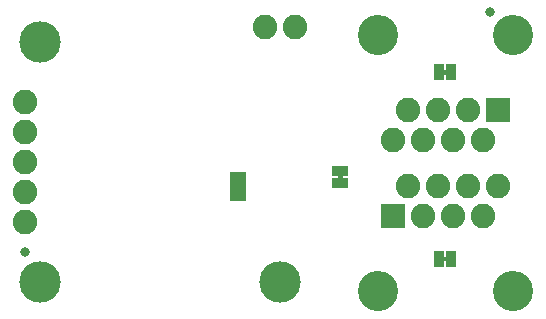
<source format=gbs>
G04 EAGLE Gerber RS-274X export*
G75*
%MOMM*%
%FSLAX34Y34*%
%LPD*%
%INSoldermask Bottom*%
%IPPOS*%
%AMOC8*
5,1,8,0,0,1.08239X$1,22.5*%
G01*
%ADD10C,2.082800*%
%ADD11R,2.082800X2.082800*%
%ADD12C,3.403200*%
%ADD13C,3.505200*%
%ADD14R,0.863600X1.473200*%
%ADD15C,0.838200*%
%ADD16R,1.473200X0.863600*%
%ADD17R,1.473200X0.838200*%

G36*
X280735Y124472D02*
X280735Y124472D01*
X280801Y124474D01*
X280844Y124492D01*
X280891Y124500D01*
X280948Y124534D01*
X281008Y124559D01*
X281043Y124590D01*
X281084Y124615D01*
X281126Y124666D01*
X281174Y124710D01*
X281196Y124752D01*
X281225Y124789D01*
X281246Y124851D01*
X281277Y124910D01*
X281285Y124964D01*
X281297Y125001D01*
X281296Y125041D01*
X281304Y125095D01*
X281304Y128905D01*
X281293Y128970D01*
X281291Y129036D01*
X281273Y129079D01*
X281265Y129126D01*
X281231Y129183D01*
X281206Y129243D01*
X281175Y129278D01*
X281150Y129319D01*
X281099Y129361D01*
X281055Y129409D01*
X281013Y129431D01*
X280976Y129460D01*
X280914Y129481D01*
X280855Y129512D01*
X280801Y129520D01*
X280764Y129532D01*
X280724Y129531D01*
X280670Y129539D01*
X278130Y129539D01*
X278065Y129528D01*
X277999Y129526D01*
X277956Y129508D01*
X277909Y129500D01*
X277852Y129466D01*
X277792Y129441D01*
X277757Y129410D01*
X277716Y129385D01*
X277675Y129334D01*
X277626Y129290D01*
X277604Y129248D01*
X277575Y129211D01*
X277554Y129149D01*
X277523Y129090D01*
X277515Y129036D01*
X277503Y128999D01*
X277503Y128995D01*
X277503Y128994D01*
X277504Y128959D01*
X277496Y128905D01*
X277496Y125095D01*
X277507Y125030D01*
X277509Y124964D01*
X277527Y124921D01*
X277535Y124874D01*
X277569Y124817D01*
X277594Y124757D01*
X277625Y124722D01*
X277650Y124681D01*
X277701Y124640D01*
X277745Y124591D01*
X277787Y124569D01*
X277824Y124540D01*
X277886Y124519D01*
X277945Y124488D01*
X277999Y124480D01*
X278036Y124468D01*
X278076Y124469D01*
X278130Y124461D01*
X280670Y124461D01*
X280735Y124472D01*
G37*
G36*
X370270Y55892D02*
X370270Y55892D01*
X370336Y55894D01*
X370379Y55912D01*
X370426Y55920D01*
X370483Y55954D01*
X370543Y55979D01*
X370578Y56010D01*
X370619Y56035D01*
X370661Y56086D01*
X370709Y56130D01*
X370731Y56172D01*
X370760Y56209D01*
X370781Y56271D01*
X370812Y56330D01*
X370820Y56384D01*
X370832Y56421D01*
X370831Y56461D01*
X370839Y56515D01*
X370839Y59055D01*
X370828Y59120D01*
X370826Y59186D01*
X370808Y59229D01*
X370800Y59276D01*
X370766Y59333D01*
X370741Y59393D01*
X370710Y59428D01*
X370685Y59469D01*
X370634Y59511D01*
X370590Y59559D01*
X370548Y59581D01*
X370511Y59610D01*
X370449Y59631D01*
X370390Y59662D01*
X370336Y59670D01*
X370299Y59682D01*
X370259Y59681D01*
X370205Y59689D01*
X366395Y59689D01*
X366330Y59678D01*
X366264Y59676D01*
X366221Y59658D01*
X366174Y59650D01*
X366117Y59616D01*
X366057Y59591D01*
X366022Y59560D01*
X365981Y59535D01*
X365940Y59484D01*
X365891Y59440D01*
X365869Y59398D01*
X365840Y59361D01*
X365819Y59299D01*
X365788Y59240D01*
X365780Y59186D01*
X365768Y59149D01*
X365768Y59146D01*
X365769Y59109D01*
X365761Y59055D01*
X365761Y56515D01*
X365772Y56450D01*
X365774Y56384D01*
X365792Y56341D01*
X365800Y56294D01*
X365834Y56237D01*
X365859Y56177D01*
X365890Y56142D01*
X365915Y56101D01*
X365966Y56060D01*
X366010Y56011D01*
X366052Y55989D01*
X366089Y55960D01*
X366151Y55939D01*
X366210Y55908D01*
X366264Y55900D01*
X366301Y55888D01*
X366341Y55889D01*
X366395Y55881D01*
X370205Y55881D01*
X370270Y55892D01*
G37*
G36*
X370270Y214007D02*
X370270Y214007D01*
X370336Y214009D01*
X370379Y214027D01*
X370426Y214035D01*
X370483Y214069D01*
X370543Y214094D01*
X370578Y214125D01*
X370619Y214150D01*
X370661Y214201D01*
X370709Y214245D01*
X370731Y214287D01*
X370760Y214324D01*
X370781Y214386D01*
X370812Y214445D01*
X370820Y214499D01*
X370832Y214536D01*
X370831Y214576D01*
X370839Y214630D01*
X370839Y217170D01*
X370828Y217235D01*
X370826Y217301D01*
X370808Y217344D01*
X370800Y217391D01*
X370766Y217448D01*
X370741Y217508D01*
X370710Y217543D01*
X370685Y217584D01*
X370634Y217626D01*
X370590Y217674D01*
X370548Y217696D01*
X370511Y217725D01*
X370449Y217746D01*
X370390Y217777D01*
X370336Y217785D01*
X370299Y217797D01*
X370259Y217796D01*
X370205Y217804D01*
X366395Y217804D01*
X366330Y217793D01*
X366264Y217791D01*
X366221Y217773D01*
X366174Y217765D01*
X366117Y217731D01*
X366057Y217706D01*
X366022Y217675D01*
X365981Y217650D01*
X365940Y217599D01*
X365891Y217555D01*
X365869Y217513D01*
X365840Y217476D01*
X365819Y217414D01*
X365788Y217355D01*
X365780Y217301D01*
X365768Y217264D01*
X365768Y217261D01*
X365769Y217224D01*
X365761Y217170D01*
X365761Y214630D01*
X365772Y214565D01*
X365774Y214499D01*
X365792Y214456D01*
X365800Y214409D01*
X365834Y214352D01*
X365859Y214292D01*
X365890Y214257D01*
X365915Y214216D01*
X365966Y214175D01*
X366010Y214126D01*
X366052Y214104D01*
X366089Y214075D01*
X366151Y214054D01*
X366210Y214023D01*
X366264Y214015D01*
X366301Y214003D01*
X366341Y214004D01*
X366395Y213996D01*
X370205Y213996D01*
X370270Y214007D01*
G37*
D10*
X323850Y158750D03*
X336550Y184150D03*
X349250Y158750D03*
X374650Y158750D03*
X400050Y158750D03*
X361950Y184150D03*
X387350Y184150D03*
D11*
X412750Y184150D03*
D12*
X425450Y247650D03*
X311150Y247650D03*
D13*
X228600Y38100D03*
X25400Y38100D03*
X25400Y241300D03*
D14*
X363093Y57785D03*
X373507Y57785D03*
D15*
X12700Y63500D03*
X406400Y266700D03*
D10*
X412750Y119380D03*
X400050Y93980D03*
X387350Y119380D03*
X361950Y119380D03*
X336550Y119380D03*
X374650Y93980D03*
X349250Y93980D03*
D11*
X323850Y93980D03*
D12*
X311150Y30480D03*
X425450Y30480D03*
D10*
X12700Y190500D03*
X12700Y165100D03*
X12700Y139700D03*
X12700Y114300D03*
X241300Y254000D03*
X215900Y254000D03*
D14*
X373507Y215900D03*
X363093Y215900D03*
D10*
X12700Y88900D03*
D16*
X279400Y132207D03*
X279400Y121793D03*
D17*
X193040Y127508D03*
X193040Y119380D03*
X193040Y111252D03*
M02*

</source>
